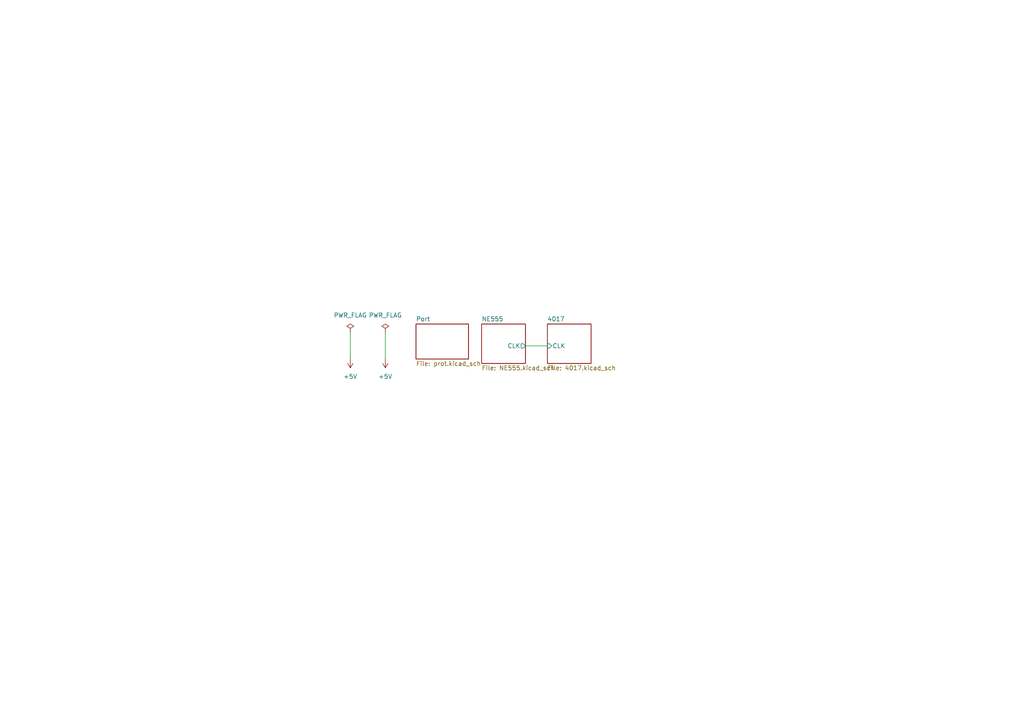
<source format=kicad_sch>
(kicad_sch (version 20211123) (generator eeschema)
  (paper "A4")
  (lib_symbols
    (symbol "power:+5V" (power) (pin_names (offset 0))
      (property "Value" "+5V" (at 0 3.556 0))
      (symbol "+5V_0_1"
        (polyline (pts (xy -0.762 1.27) (xy 0 2.54)))
        (polyline (pts (xy 0 0) (xy 0 2.54)))
        (polyline (pts (xy 0 2.54) (xy 0.762 1.27)))
      )
      (symbol "+5V_1_1"
        (pin power_in line (at 0 0 90) (length 0) hide (name "+5V") (number "1"))
      )
    )
    (symbol "power:PWR_FLAG" (power) (pin_numbers hide) (pin_names (offset 0) hide)
      (property "Value" "PWR_FLAG" (at 0 3.81 0))
      (symbol "PWR_FLAG_0_0"
        (pin power_out line (at 0 0 90) (length 0) (name "pwr") (number "1"))
      )
      (symbol "PWR_FLAG_0_1"
        (polyline (pts (xy 0 0) (xy 0 1.27) (xy -1.016 1.905) (xy 0 2.54) (xy 1.016 1.905) (xy 0 1.27)))
      )
    )
  )
  (wire (pts (xy 152.4 100.33) (xy 158.75 100.33)))
  (wire (pts (xy 101.6 96.52) (xy 101.6 104.14)))
  (wire (pts (xy 111.76 96.52) (xy 111.76 104.14)))
  (symbol (lib_id "power:PWR_FLAG") (at 101.6 96.52 0) (unit 1)
    (property "Reference" "#FLG0101" (effects hide))
    (property "Value" "PWR_FLAG" (at 101.6 91.44 0))
  )
  (symbol (lib_id "power:PWR_FLAG") (at 111.76 96.52 0) (unit 1)
    (property "Reference" "#FLG0102" (effects hide))
    (property "Value" "PWR_FLAG" (at 111.76 91.44 0))
  )
  (symbol (lib_id "power:+5V") (at 111.76 104.14 180) (unit 1)
    (property "Reference" "#PWR0102" (effects hide))
    (property "Value" "+5V" (at 111.76 109.22 0))
  )
  (symbol (lib_id "power:+5V") (at 101.6 104.14 180) (unit 1)
    (property "Reference" "#PWR0101" (effects hide))
    (property "Value" "+5V" (at 101.6 109.22 0))
  )
  (sheet (at 139.7 93.98) (size 12.7 11.43) (stroke (width 0.1524))
    (property "Sheet name" "NE555" (at 139.7 93.2684 0) (effects (justify left bottom)))
    (property "Sheet file" "NE555.kicad_sch" (at 139.7 105.9946 0) (effects (justify left top)))
    (pin "CLK" output (at 152.4 100.33 0))
  )
  (sheet (at 158.75 93.98) (size 12.7 11.43) (stroke (width 0.1524))
    (property "Sheet name" "4017" (at 158.75 93.2684 0) (effects (justify left bottom)))
    (property "Sheet file" "4017.kicad_sch" (at 158.75 105.9946 0) (effects (justify left top)))
    (pin "CLK" input (at 158.75 100.33 180))
  )
  (sheet (at 120.65 93.98) (size 15.24 10.16) (stroke (width 0.1524))
    (property "Sheet name" "Port" (at 120.65 93.2684 0) (effects (justify left bottom)))
    (property "Sheet file" "prot.kicad_sch" (at 120.65 104.7246 0) (effects (justify left top)))
  )
)
</source>
